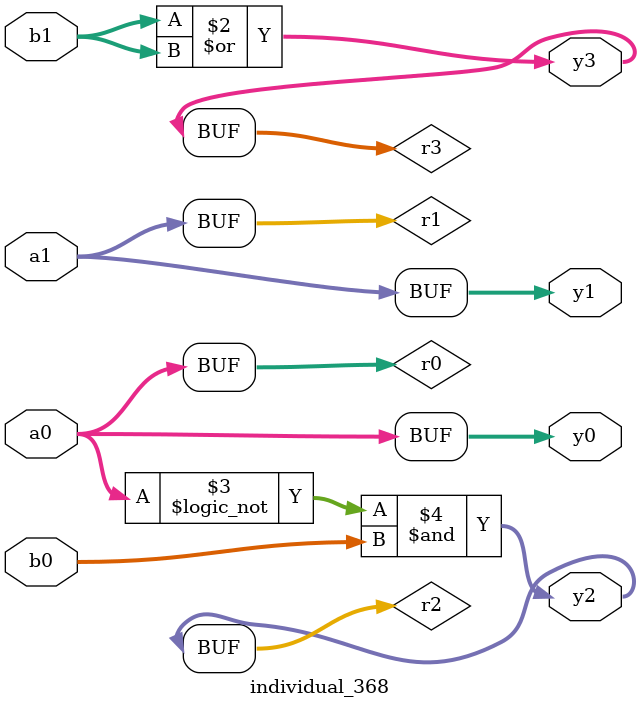
<source format=sv>
module individual_368(input logic [15:0] a1, input logic [15:0] a0, input logic [15:0] b1, input logic [15:0] b0, output logic [15:0] y3, output logic [15:0] y2, output logic [15:0] y1, output logic [15:0] y0);
logic [15:0] r0, r1, r2, r3; 
 always@(*) begin 
	 r0 = a0; r1 = a1; r2 = b0; r3 = b1; 
 	 r3  |=  b1 ;
 	 r2 = ! a0 ;
 	 r2  &=  b0 ;
 	 y3 = r3; y2 = r2; y1 = r1; y0 = r0; 
end
endmodule
</source>
